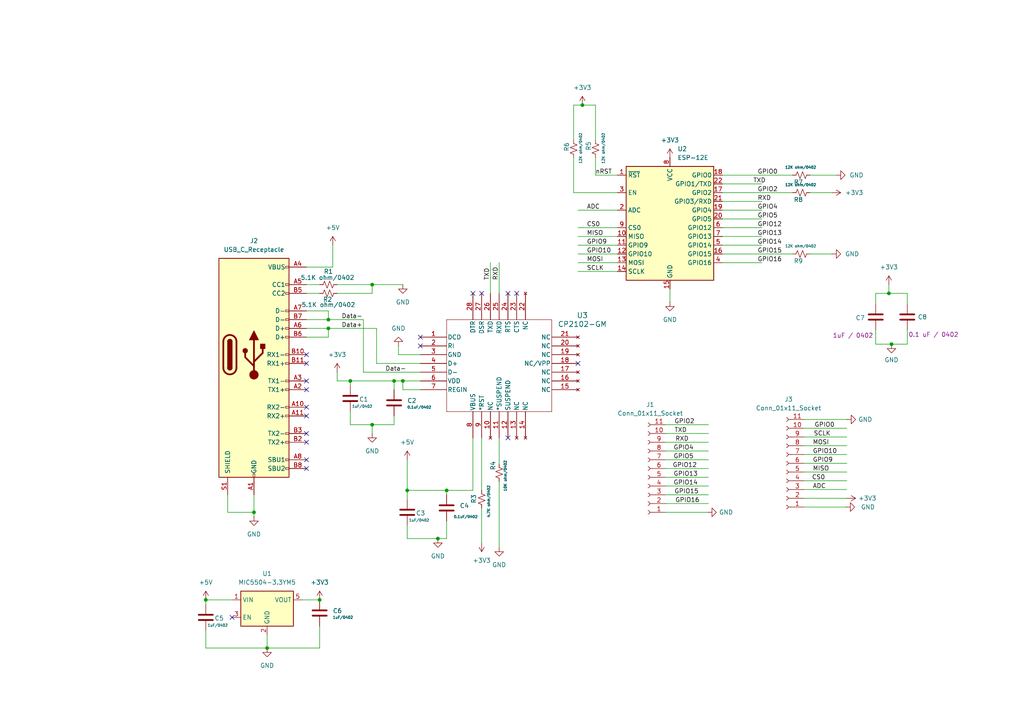
<source format=kicad_sch>
(kicad_sch (version 20231120) (generator "eeschema") (generator_version "8.0")
  (paper "A4")
  (lib_symbols
    (symbol "+3.3V_1" (power) (pin_names (offset 0))
      (property "Value" "+3V3" (at 0 5.08 0))
      (symbol "+3.3V_1_0_1"
        (polyline (pts (xy -0.762 1.27) (xy 0 2.54)))
        (polyline (pts (xy 0 0) (xy 0 2.54)))
        (polyline (pts (xy 0 2.54) (xy 0.762 1.27)))
      )
      (symbol "+3.3V_1_1_1"
        (pin power_in line (at 0 0 90) (length 0) hide (name "+3V3") (number "1"))
      )
    )
    (symbol "CP2102-GM_1" (pin_names (offset 0.254))
      (property "Reference" "U3" (at 59.69 -0.0314 0))
      (property "Value" "CP2102-GM" (at 59.69 -2.5714 0))
      (symbol "CP2102-GM_1_0_1"
        (polyline (pts (xy 20.32 -27.94) (xy 50.8 -27.94)) (stroke (width 0.127)))
        (polyline (pts (xy 20.32 -1.27) (xy 20.32 -27.94)) (stroke (width 0.127)))
        (polyline (pts (xy 50.8 -27.94) (xy 50.8 -1.27)) (stroke (width 0.127)))
        (polyline (pts (xy 50.8 -1.27) (xy 20.32 -1.27)) (stroke (width 0.127)))
        (pin input line (at 12.7 -6.35 0) (length 7.62) (name "DCD") (number "1"))
        (pin no_connect line (at 33.02 -35.56 90) (length 7.62) (name "NC") (number "10"))
        (pin output line (at 35.56 -35.56 90) (length 7.62) (name "*SUSPEND") (number "11"))
        (pin output line (at 38.1 -35.56 90) (length 7.62) (name "SUSPEND") (number "12"))
        (pin no_connect line (at 40.64 -35.56 90) (length 7.62) (name "NC") (number "13"))
        (pin no_connect line (at 43.18 -35.56 90) (length 7.62) (name "NC") (number "14"))
        (pin no_connect line (at 58.42 -21.59 180) (length 7.62) (name "NC") (number "15"))
        (pin no_connect line (at 58.42 -19.05 180) (length 7.62) (name "NC") (number "16"))
        (pin no_connect line (at 58.42 -16.51 180) (length 7.62) (name "NC") (number "17"))
        (pin bidirectional line (at 58.42 -13.97 180) (length 7.62) (name "NC/VPP") (number "18"))
        (pin no_connect line (at 58.42 -11.43 180) (length 7.62) (name "NC") (number "19"))
        (pin input line (at 12.7 -8.89 0) (length 7.62) (name "RI") (number "2"))
        (pin no_connect line (at 58.42 -8.89 180) (length 7.62) (name "NC") (number "20"))
        (pin no_connect line (at 58.42 -6.35 180) (length 7.62) (name "NC") (number "21"))
        (pin no_connect line (at 43.18 6.35 270) (length 7.62) (name "NC") (number "22"))
        (pin input line (at 40.64 6.35 270) (length 7.62) (name "CTS") (number "23"))
        (pin output line (at 38.1 6.35 270) (length 7.62) (name "RTS") (number "24"))
        (pin input line (at 35.56 6.35 270) (length 7.62) (name "RXD") (number "25"))
        (pin output line (at 33.02 6.35 270) (length 7.62) (name "TXD") (number "26"))
        (pin bidirectional line (at 12.7 -13.97 0) (length 7.62) (name "D+") (number "4"))
        (pin power_in line (at 12.7 -19.05 0) (length 7.62) (name "VDD") (number "6"))
        (pin input line (at 12.7 -21.59 0) (length 7.62) (name "REGIN") (number "7"))
        (pin input line (at 27.94 -35.56 90) (length 7.62) (name "VBUS") (number "8"))
        (pin bidirectional line (at 30.48 -35.56 90) (length 7.62) (name "*RST") (number "9"))
      )
      (symbol "CP2102-GM_1_1_1"
        (pin unspecified line (at 30.48 6.35 270) (length 7.62) (name "DSR") (number "27"))
        (pin unspecified line (at 27.94 6.35 270) (length 7.62) (name "DTR") (number "28"))
        (pin power_in line (at 12.7 -11.43 0) (length 7.62) (name "GND") (number "3"))
        (pin bidirectional line (at 12.7 -16.51 0) (length 7.62) (name "D-") (number "5"))
      )
    )
    (symbol "Connector:Conn_01x11_Socket" (pin_names (offset 1.016) hide)
      (property "Reference" "J" (at 0 15.24 0))
      (property "Value" "Conn_01x11_Socket" (at 0 -15.24 0))
      (symbol "Conn_01x11_Socket_1_1"
        (arc (start 0 -12.192) (mid -0.5058 -12.7) (end 0 -13.208) (stroke (width 0.1524)))
        (arc (start 0 -9.652) (mid -0.5058 -10.16) (end 0 -10.668) (stroke (width 0.1524)))
        (arc (start 0 -7.112) (mid -0.5058 -7.62) (end 0 -8.128) (stroke (width 0.1524)))
        (arc (start 0 -4.572) (mid -0.5058 -5.08) (end 0 -5.588) (stroke (width 0.1524)))
        (arc (start 0 -2.032) (mid -0.5058 -2.54) (end 0 -3.048) (stroke (width 0.1524)))
        (polyline (pts (xy -1.27 -12.7) (xy -0.508 -12.7)) (stroke (width 0.1524)))
        (polyline (pts (xy -1.27 -10.16) (xy -0.508 -10.16)) (stroke (width 0.1524)))
        (polyline (pts (xy -1.27 -7.62) (xy -0.508 -7.62)) (stroke (width 0.1524)))
        (polyline (pts (xy -1.27 -5.08) (xy -0.508 -5.08)) (stroke (width 0.1524)))
        (polyline (pts (xy -1.27 -2.54) (xy -0.508 -2.54)) (stroke (width 0.1524)))
        (polyline (pts (xy -1.27 0) (xy -0.508 0)) (stroke (width 0.1524)))
        (polyline (pts (xy -1.27 2.54) (xy -0.508 2.54)) (stroke (width 0.1524)))
        (polyline (pts (xy -1.27 5.08) (xy -0.508 5.08)) (stroke (width 0.1524)))
        (polyline (pts (xy -1.27 7.62) (xy -0.508 7.62)) (stroke (width 0.1524)))
        (polyline (pts (xy -1.27 10.16) (xy -0.508 10.16)) (stroke (width 0.1524)))
        (polyline (pts (xy -1.27 12.7) (xy -0.508 12.7)) (stroke (width 0.1524)))
        (arc (start 0 0.508) (mid -0.5058 0) (end 0 -0.508) (stroke (width 0.1524)))
        (arc (start 0 3.048) (mid -0.5058 2.54) (end 0 2.032) (stroke (width 0.1524)))
        (arc (start 0 5.588) (mid -0.5058 5.08) (end 0 4.572) (stroke (width 0.1524)))
        (arc (start 0 8.128) (mid -0.5058 7.62) (end 0 7.112) (stroke (width 0.1524)))
        (arc (start 0 10.668) (mid -0.5058 10.16) (end 0 9.652) (stroke (width 0.1524)))
        (arc (start 0 13.208) (mid -0.5058 12.7) (end 0 12.192) (stroke (width 0.1524)))
        (pin passive line (at -5.08 12.7 0) (length 3.81) (name "Pin_1") (number "1"))
        (pin passive line (at -5.08 -10.16 0) (length 3.81) (name "Pin_10") (number "10"))
        (pin passive line (at -5.08 -12.7 0) (length 3.81) (name "Pin_11") (number "11"))
        (pin passive line (at -5.08 10.16 0) (length 3.81) (name "Pin_2") (number "2"))
        (pin passive line (at -5.08 7.62 0) (length 3.81) (name "Pin_3") (number "3"))
        (pin passive line (at -5.08 5.08 0) (length 3.81) (name "Pin_4") (number "4"))
        (pin passive line (at -5.08 2.54 0) (length 3.81) (name "Pin_5") (number "5"))
        (pin passive line (at -5.08 0 0) (length 3.81) (name "Pin_6") (number "6"))
        (pin passive line (at -5.08 -2.54 0) (length 3.81) (name "Pin_7") (number "7"))
        (pin passive line (at -5.08 -5.08 0) (length 3.81) (name "Pin_8") (number "8"))
        (pin passive line (at -5.08 -7.62 0) (length 3.81) (name "Pin_9") (number "9"))
      )
    )
    (symbol "Connector:USB_C_Receptacle" (pin_names (offset 1.016))
      (property "Reference" "J" (at -10.16 29.21 0))
      (property "Value" "USB_C_Receptacle" (at 10.16 29.21 0))
      (symbol "USB_C_Receptacle_0_0"
        (rectangle (start -0.254 -35.56) (end 0.254 -34.544))
        (rectangle (start 10.16 -32.766) (end 9.144 -33.274))
        (rectangle (start 10.16 -30.226) (end 9.144 -30.734))
        (rectangle (start 10.16 -25.146) (end 9.144 -25.654))
        (rectangle (start 10.16 -22.606) (end 9.144 -23.114))
        (rectangle (start 10.16 -17.526) (end 9.144 -18.034))
        (rectangle (start 10.16 -14.986) (end 9.144 -15.494))
        (rectangle (start 10.16 -9.906) (end 9.144 -10.414))
        (rectangle (start 10.16 -7.366) (end 9.144 -7.874))
        (rectangle (start 10.16 -2.286) (end 9.144 -2.794))
        (rectangle (start 10.16 0.254) (end 9.144 -0.254))
        (rectangle (start 10.16 5.334) (end 9.144 4.826))
        (rectangle (start 10.16 7.874) (end 9.144 7.366))
        (rectangle (start 10.16 10.414) (end 9.144 9.906))
        (rectangle (start 10.16 12.954) (end 9.144 12.446))
        (rectangle (start 10.16 18.034) (end 9.144 17.526))
        (rectangle (start 10.16 20.574) (end 9.144 20.066))
        (rectangle (start 10.16 25.654) (end 9.144 25.146))
      )
      (symbol "USB_C_Receptacle_0_1"
        (rectangle (start -10.16 27.94) (end 10.16 -35.56) (stroke (width 0.254)) (fill (type background)))
        (arc (start -8.89 -3.81) (mid -6.985 -5.7067) (end -5.08 -3.81) (stroke (width 0.508)))
        (arc (start -7.62 -3.81) (mid -6.985 -4.4423) (end -6.35 -3.81) (stroke (width 0.254)))
        (arc (start -7.62 -3.81) (mid -6.985 -4.4423) (end -6.35 -3.81) (stroke (width 0.254)) (fill (type outline)))
        (rectangle (start -7.62 -3.81) (end -6.35 3.81) (stroke (width 0.254)) (fill (type outline)))
        (arc (start -6.35 3.81) (mid -6.985 4.4423) (end -7.62 3.81) (stroke (width 0.254)))
        (arc (start -6.35 3.81) (mid -6.985 4.4423) (end -7.62 3.81) (stroke (width 0.254)) (fill (type outline)))
        (arc (start -5.08 3.81) (mid -6.985 5.7067) (end -8.89 3.81) (stroke (width 0.508)))
        (polyline (pts (xy -8.89 -3.81) (xy -8.89 3.81)) (stroke (width 0.508)))
        (polyline (pts (xy -5.08 3.81) (xy -5.08 -3.81)) (stroke (width 0.508)))
      )
      (symbol "USB_C_Receptacle_1_1"
        (circle (center -2.54 1.143) (radius 0.635) (stroke (width 0.254)) (fill (type outline)))
        (circle (center 0 -5.842) (radius 1.27) (fill (type outline)))
        (polyline (pts (xy 0 -5.842) (xy 0 4.318)) (stroke (width 0.508)))
        (polyline (pts (xy 0 -3.302) (xy -2.54 -0.762) (xy -2.54 0.508)) (stroke (width 0.508)))
        (polyline (pts (xy 0 -2.032) (xy 2.54 0.508) (xy 2.54 1.778)) (stroke (width 0.508)))
        (polyline (pts (xy -1.27 4.318) (xy 0 6.858) (xy 1.27 4.318) (xy -1.27 4.318)) (stroke (width 0.254)) (fill (type outline)))
        (rectangle (start 1.905 1.778) (end 3.175 3.048) (stroke (width 0.254)) (fill (type outline)))
        (pin passive line (at 0 -40.64 90) (length 5.08) (name "GND") (number "A1"))
        (pin bidirectional line (at 15.24 -15.24 180) (length 5.08) (name "RX2-") (number "A10"))
        (pin bidirectional line (at 15.24 -17.78 180) (length 5.08) (name "RX2+") (number "A11"))
        (pin passive line (at 0 -40.64 90) (length 5.08) hide (name "GND") (number "A12"))
        (pin bidirectional line (at 15.24 -10.16 180) (length 5.08) (name "TX1+") (number "A2"))
        (pin bidirectional line (at 15.24 -7.62 180) (length 5.08) (name "TX1-") (number "A3"))
        (pin passive line (at 15.24 25.4 180) (length 5.08) (name "VBUS") (number "A4"))
        (pin bidirectional line (at 15.24 20.32 180) (length 5.08) (name "CC1") (number "A5"))
        (pin bidirectional line (at 15.24 7.62 180) (length 5.08) (name "D+") (number "A6"))
        (pin bidirectional line (at 15.24 12.7 180) (length 5.08) (name "D-") (number "A7"))
        (pin bidirectional line (at 15.24 -30.48 180) (length 5.08) (name "SBU1") (number "A8"))
        (pin passive line (at 15.24 25.4 180) (length 5.08) hide (name "VBUS") (number "A9"))
        (pin passive line (at 0 -40.64 90) (length 5.08) hide (name "GND") (number "B1"))
        (pin bidirectional line (at 15.24 0 180) (length 5.08) (name "RX1-") (number "B10"))
        (pin bidirectional line (at 15.24 -2.54 180) (length 5.08) (name "RX1+") (number "B11"))
        (pin passive line (at 0 -40.64 90) (length 5.08) hide (name "GND") (number "B12"))
        (pin bidirectional line (at 15.24 -25.4 180) (length 5.08) (name "TX2+") (number "B2"))
        (pin bidirectional line (at 15.24 -22.86 180) (length 5.08) (name "TX2-") (number "B3"))
        (pin passive line (at 15.24 25.4 180) (length 5.08) hide (name "VBUS") (number "B4"))
        (pin bidirectional line (at 15.24 17.78 180) (length 5.08) (name "CC2") (number "B5"))
        (pin bidirectional line (at 15.24 5.08 180) (length 5.08) (name "D+") (number "B6"))
        (pin bidirectional line (at 15.24 10.16 180) (length 5.08) (name "D-") (number "B7"))
        (pin bidirectional line (at 15.24 -33.02 180) (length 5.08) (name "SBU2") (number "B8"))
        (pin passive line (at 15.24 25.4 180) (length 5.08) hide (name "VBUS") (number "B9"))
        (pin passive line (at -7.62 -40.64 90) (length 5.08) (name "SHIELD") (number "S1"))
      )
    )
    (symbol "Device:C" (pin_numbers hide) (pin_names (offset 0.254))
      (property "Reference" "C" (at 0.635 2.54 0))
      (property "Value" "C" (at 0.635 -2.54 0))
      (symbol "C_0_1"
        (polyline (pts (xy -2.032 -0.762) (xy 2.032 -0.762)) (stroke (width 0.508)))
        (polyline (pts (xy -2.032 0.762) (xy 2.032 0.762)) (stroke (width 0.508)))
      )
      (symbol "C_1_1"
        (pin passive line (at 0 3.81 270) (length 2.794) (name "~") (number "1"))
        (pin passive line (at 0 -3.81 90) (length 2.794) (name "~") (number "2"))
      )
    )
    (symbol "Device:R_Small_US" (pin_numbers hide) (pin_names (offset 0.254) hide)
      (property "Reference" "R" (at 0.762 0.508 0))
      (property "Value" "R_Small_US" (at 0.762 -1.016 0))
      (symbol "R_Small_US_1_1"
        (polyline (pts (xy 0 0) (xy 1.016 -0.381) (xy 0 -0.762) (xy -1.016 -1.143) (xy 0 -1.524)))
        (polyline (pts (xy 0 1.524) (xy 1.016 1.143) (xy 0 0.762) (xy -1.016 0.381) (xy 0 0)))
        (pin passive line (at 0 2.54 270) (length 1.016) (name "~") (number "1"))
        (pin passive line (at 0 -2.54 90) (length 1.016) (name "~") (number "2"))
      )
    )
    (symbol "GND_1" (power) (pin_numbers hide) (pin_names (offset 0) hide)
      (property "Value" "GND" (at 0 -5.08 0))
      (symbol "GND_1_0_1"
        (polyline (pts (xy 0 0) (xy 0 -1.27) (xy 1.27 -1.27) (xy 0 -2.54) (xy -1.27 -1.27) (xy 0 -1.27)))
      )
      (symbol "GND_1_1_1"
        (pin power_out line (at 0 0 270) (length 0) (name "~") (number "1"))
      )
    )
    (symbol "GND_2" (power) (pin_numbers hide) (pin_names (offset 0) hide)
      (property "Value" "GND" (at 0 -5.08 0))
      (symbol "GND_2_0_1"
        (polyline (pts (xy 0 0) (xy 0 -1.27) (xy 1.27 -1.27) (xy 0 -2.54) (xy -1.27 -1.27) (xy 0 -1.27)))
      )
      (symbol "GND_2_1_1"
        (pin power_out line (at 0 0 270) (length 0) (name "~") (number "1"))
      )
    )
    (symbol "GND_4" (power) (pin_numbers hide) (pin_names (offset 0) hide)
      (property "Value" "GND" (at 0 -5.08 0))
      (symbol "GND_4_0_1"
        (polyline (pts (xy 0 0) (xy 0 -1.27) (xy 1.27 -1.27) (xy 0 -2.54) (xy -1.27 -1.27) (xy 0 -1.27)))
      )
      (symbol "GND_4_1_1"
        (pin power_out line (at 0 0 270) (length 0) (name "~") (number "1"))
      )
    )
    (symbol "GND_5" (power) (pin_numbers hide) (pin_names (offset 0) hide)
      (property "Value" "GND" (at 0 -5.08 0))
      (symbol "GND_5_0_1"
        (polyline (pts (xy 0 0) (xy 0 -1.27) (xy 1.27 -1.27) (xy 0 -2.54) (xy -1.27 -1.27) (xy 0 -1.27)))
      )
      (symbol "GND_5_1_1"
        (pin power_out line (at 0 0 270) (length 0) (name "~") (number "1"))
      )
    )
    (symbol "GND_6" (power) (pin_numbers hide) (pin_names (offset 0) hide)
      (property "Value" "GND" (at 0 -5.08 0))
      (symbol "GND_6_0_1"
        (polyline (pts (xy 0 0) (xy 0 -1.27) (xy 1.27 -1.27) (xy 0 -2.54) (xy -1.27 -1.27) (xy 0 -1.27)))
      )
      (symbol "GND_6_1_1"
        (pin power_in line (at 0 0 270) (length 0) (name "~") (number "1"))
      )
    )
    (symbol "GND_7" (power) (pin_numbers hide) (pin_names (offset 0) hide)
      (property "Value" "GND" (at 0 -5.08 0))
      (symbol "GND_7_0_1"
        (polyline (pts (xy 0 0) (xy 0 -1.27) (xy 1.27 -1.27) (xy 0 -2.54) (xy -1.27 -1.27) (xy 0 -1.27)))
      )
      (symbol "GND_7_1_1"
        (pin power_in line (at 0 0 270) (length 0) (name "~") (number "1"))
      )
    )
    (symbol "GND_8" (power) (pin_numbers hide) (pin_names (offset 0) hide)
      (property "Value" "GND" (at 0.0001 -3.81 90))
      (symbol "GND_8_0_1"
        (polyline (pts (xy 0 0) (xy 0 -1.27) (xy 1.27 -1.27) (xy 0 -2.54) (xy -1.27 -1.27) (xy 0 -1.27)))
      )
      (symbol "GND_8_1_1"
        (pin power_in line (at 0 0 270) (length 0) (name "~") (number "1"))
      )
    )
    (symbol "PRI_HI_1" (power) (pin_numbers hide) (pin_names (offset 0) hide)
      (property "Value" "+5V" (at 0 5.08 0))
      (symbol "PRI_HI_1_0_1"
        (polyline (pts (xy -0.762 1.27) (xy 0 2.54)))
        (polyline (pts (xy 0 0) (xy 0 2.54)))
        (polyline (pts (xy 0 2.54) (xy 0.762 1.27)))
      )
      (symbol "PRI_HI_1_1_1"
        (pin power_out line (at 0 0 90) (length 0) (name "~") (number "1"))
      )
    )
    (symbol "PRI_HI_2" (power) (pin_numbers hide) (pin_names (offset 0) hide)
      (property "Value" "+5V" (at 0 5.08 0))
      (symbol "PRI_HI_2_0_1"
        (polyline (pts (xy -0.762 1.27) (xy 0 2.54)))
        (polyline (pts (xy 0 0) (xy 0 2.54)))
        (polyline (pts (xy 0 2.54) (xy 0.762 1.27)))
      )
      (symbol "PRI_HI_2_1_1"
        (pin power_out line (at 0 0 90) (length 0) (name "~") (number "1"))
      )
    )
    (symbol "PRI_HI_3" (power) (pin_numbers hide) (pin_names (offset 0) hide)
      (property "Value" "+5V" (at 0 5.08 0))
      (symbol "PRI_HI_3_0_1"
        (polyline (pts (xy -0.762 1.27) (xy 0 2.54)))
        (polyline (pts (xy 0 0) (xy 0 2.54)))
        (polyline (pts (xy 0 2.54) (xy 0.762 1.27)))
      )
      (symbol "PRI_HI_3_1_1"
        (pin power_out line (at 0 0 90) (length 0) (name "~") (number "1"))
      )
    )
    (symbol "RF_Module:ESP-12E"
      (property "Reference" "U2" (at 2.1941 22.86 0))
      (property "Value" "ESP-12E" (at 2.1941 20.32 0))
      (symbol "ESP-12E_0_1"
        (rectangle (start -12.7 17.78) (end 12.7 -15.24) (stroke (width 0.254)) (fill (type background)))
      )
      (symbol "ESP-12E_1_1"
        (pin input line (at -15.24 15.24 0) (length 2.54) (name "~{RST}") (number "1"))
        (pin bidirectional line (at -15.24 -2.54 0) (length 2.54) (name "MISO") (number "10"))
        (pin bidirectional line (at -15.24 -5.08 0) (length 2.54) (name "GPIO9") (number "11"))
        (pin bidirectional line (at -15.24 -7.62 0) (length 2.54) (name "GPIO10") (number "12"))
        (pin bidirectional line (at -15.24 -10.16 0) (length 2.54) (name "MOSI") (number "13"))
        (pin bidirectional line (at -15.24 -12.7 0) (length 2.54) (name "SCLK") (number "14"))
        (pin power_out line (at 0 -17.78 90) (length 2.54) (name "GND") (number "15"))
        (pin bidirectional line (at 15.24 -7.62 180) (length 2.54) (name "GPIO15") (number "16"))
        (pin bidirectional line (at 15.24 10.16 180) (length 2.54) (name "GPIO2") (number "17"))
        (pin bidirectional line (at 15.24 15.24 180) (length 2.54) (name "GPIO0") (number "18"))
        (pin bidirectional line (at 15.24 5.08 180) (length 2.54) (name "GPIO4") (number "19"))
        (pin input line (at -15.24 5.08 0) (length 2.54) (name "ADC") (number "2"))
        (pin bidirectional line (at 15.24 2.54 180) (length 2.54) (name "GPIO5") (number "20"))
        (pin bidirectional line (at 15.24 7.62 180) (length 2.54) (name "GPIO3/RXD") (number "21"))
        (pin bidirectional line (at 15.24 12.7 180) (length 2.54) (name "GPIO1/TXD") (number "22"))
        (pin input line (at -15.24 10.16 0) (length 2.54) (name "EN") (number "3"))
        (pin bidirectional line (at 15.24 -10.16 180) (length 2.54) (name "GPIO16") (number "4"))
        (pin bidirectional line (at 15.24 -5.08 180) (length 2.54) (name "GPIO14") (number "5"))
        (pin bidirectional line (at 15.24 0 180) (length 2.54) (name "GPIO12") (number "6"))
        (pin bidirectional line (at 15.24 -2.54 180) (length 2.54) (name "GPIO13") (number "7"))
        (pin power_in line (at 0 20.32 270) (length 2.54) (name "VCC") (number "8"))
        (pin input line (at -15.24 0 0) (length 2.54) (name "CS0") (number "9"))
      )
    )
    (symbol "R_Small_US_1" (pin_numbers hide) (pin_names (offset 0.254) hide)
      (property "Reference" "R9" (at -2.032 -0.508 90))
      (property "Value" "12K ohm/0402" (at 2.286 -4.318 90))
      (symbol "R_Small_US_1_1_1"
        (polyline (pts (xy 0 0) (xy 1.016 -0.381) (xy 0 -0.762) (xy -1.016 -1.143) (xy 0 -1.524)))
        (polyline (pts (xy 0 1.524) (xy 1.016 1.143) (xy 0 0.762) (xy -1.016 0.381) (xy 0 0)))
        (pin input line (at 0 2.54 270) (length 1.016) (name "~") (number "1"))
        (pin input line (at 0 -2.54 90) (length 1.016) (name "~") (number "2"))
      )
    )
    (symbol "R_Small_US_2" (pin_numbers hide) (pin_names (offset 0.254) hide)
      (property "Reference" "R4" (at -1.778 0.762 90))
      (property "Value" "10K ohm/0402" (at 1.778 -5.334 90))
      (symbol "R_Small_US_2_1_1"
        (polyline (pts (xy 0 0) (xy 1.016 -0.381) (xy 0 -0.762) (xy -1.016 -1.143) (xy 0 -1.524)))
        (polyline (pts (xy 0 1.524) (xy 1.016 1.143) (xy 0 0.762) (xy -1.016 0.381) (xy 0 0)))
        (pin input line (at 0 2.54 270) (length 1.016) (name "~") (number "1"))
        (pin input line (at 0 -2.54 90) (length 1.016) (name "~") (number "2"))
      )
    )
    (symbol "Regulator_Linear:MIC5504-3.3YM5"
      (property "Reference" "U" (at -7.62 8.89 0))
      (property "Value" "MIC5504-3.3YM5" (at -7.62 6.35 0))
      (symbol "MIC5504-3.3YM5_0_1"
        (rectangle (start -7.62 -5.08) (end 7.62 5.08) (stroke (width 0.254)) (fill (type background)))
      )
      (symbol "MIC5504-3.3YM5_1_1"
        (pin power_in line (at -10.16 2.54 0) (length 2.54) (name "VIN") (number "1"))
        (pin power_in line (at 0 -7.62 90) (length 2.54) (name "GND") (number "2"))
        (pin input line (at -10.16 -2.54 0) (length 2.54) (name "EN") (number "3"))
        (pin no_connect line (at 7.62 -2.54 180) (length 2.54) hide (name "NC") (number "4"))
        (pin power_out line (at 10.16 2.54 180) (length 2.54) (name "VOUT") (number "5"))
      )
    )
    (symbol "power:+3.3V" (power) (pin_names (offset 0))
      (property "Value" "+3.3V" (at 0 3.556 0))
      (symbol "+3.3V_0_1"
        (polyline (pts (xy -0.762 1.27) (xy 0 2.54)))
        (polyline (pts (xy 0 0) (xy 0 2.54)))
        (polyline (pts (xy 0 2.54) (xy 0.762 1.27)))
      )
      (symbol "+3.3V_1_1"
        (pin power_in line (at 0 0 90) (length 0) hide (name "+3V3") (number "1"))
      )
    )
    (symbol "power:GND" (power) (pin_numbers hide) (pin_names (offset 0) hide)
      (property "Value" "GND" (at 0 -3.81 0))
      (symbol "GND_0_1"
        (polyline (pts (xy 0 0) (xy 0 -1.27) (xy 1.27 -1.27) (xy 0 -2.54) (xy -1.27 -1.27) (xy 0 -1.27)))
      )
      (symbol "GND_1_1"
        (pin power_in line (at 0 0 270) (length 0) (name "~") (number "1"))
      )
    )
    (symbol "power:PRI_HI" (power) (pin_numbers hide) (pin_names (offset 0) hide)
      (property "Value" "PRI_HI" (at 0 3.556 0))
      (symbol "PRI_HI_0_1"
        (polyline (pts (xy -0.762 1.27) (xy 0 2.54)))
        (polyline (pts (xy 0 0) (xy 0 2.54)))
        (polyline (pts (xy 0 2.54) (xy 0.762 1.27)))
      )
      (symbol "PRI_HI_1_1"
        (pin power_in line (at 0 0 90) (length 0) (name "~") (number "1"))
      )
    )
  )
  (junction (at 118.11 142.24))
  (junction (at 127 156.21))
  (junction (at 257.81 85.09))
  (junction (at 168.91 30.48))
  (junction (at 73.66 148.59))
  (junction (at 59.69 173.99))
  (junction (at 129.54 142.24))
  (junction (at 92.71 173.99))
  (junction (at 95.25 95.25))
  (junction (at 258.572 99.822))
  (junction (at 107.95 123.19))
  (junction (at 101.6 110.49))
  (junction (at 114.3 110.49))
  (junction (at 95.25 92.71))
  (junction (at 116.84 110.49))
  (junction (at 107.95 82.55))
  (junction (at 77.47 187.96))
  (no_connect (at 88.9 113.03))
  (no_connect (at 88.9 105.41))
  (no_connect (at 88.9 102.87))
  (no_connect (at 67.31 179.07))
  (no_connect (at 121.92 97.79))
  (no_connect (at 88.9 135.89))
  (no_connect (at 137.16 85.09))
  (no_connect (at 139.7 85.09))
  (no_connect (at 88.9 125.73))
  (no_connect (at 88.9 133.35))
  (no_connect (at 149.86 85.09))
  (no_connect (at 88.9 110.49))
  (no_connect (at 121.92 100.33))
  (no_connect (at 167.64 105.41))
  (no_connect (at 147.32 127))
  (no_connect (at 88.9 128.27))
  (no_connect (at 147.32 85.09))
  (no_connect (at 88.9 120.65))
  (no_connect (at 88.9 118.11))
  (wire (pts (xy 179.07 50.8) (xy 172.72 50.8)))
  (wire (pts (xy 167.64 76.2) (xy 179.07 76.2)))
  (wire (pts (xy 95.25 97.79) (xy 88.9 97.79)))
  (wire (pts (xy 193.04 146.05) (xy 205.486 146.05)))
  (wire (pts (xy 209.55 68.58) (xy 220.98 68.58)))
  (wire (pts (xy 193.04 138.43) (xy 205.486 138.43)))
  (wire (pts (xy 121.92 110.49) (xy 116.84 110.49)))
  (wire (pts (xy 263.144 85.09) (xy 263.144 88.138)))
  (wire (pts (xy 109.22 95.25) (xy 109.22 105.41)))
  (wire (pts (xy 118.11 142.24) (xy 129.54 142.24)))
  (wire (pts (xy 101.6 119.38) (xy 101.6 123.19)))
  (wire (pts (xy 105.41 92.71) (xy 105.41 107.95)))
  (wire (pts (xy 254 99.822) (xy 258.572 99.822)))
  (wire (pts (xy 129.54 142.24) (xy 137.16 142.24)))
  (wire (pts (xy 96.52 71.12) (xy 96.52 77.47)))
  (wire (pts (xy 257.81 82.55) (xy 257.81 85.09)))
  (wire (pts (xy 142.24 76.2) (xy 142.24 85.09)))
  (wire (pts (xy 73.66 148.59) (xy 73.66 149.86)))
  (wire (pts (xy 193.04 128.27) (xy 205.486 128.27)))
  (wire (pts (xy 234.95 55.88) (xy 241.3 55.88)))
  (wire (pts (xy 129.54 142.24) (xy 129.54 143.51)))
  (wire (pts (xy 115.57 100.33) (xy 115.57 102.87)))
  (wire (pts (xy 118.11 142.24) (xy 118.11 144.78)))
  (wire (pts (xy 233.172 131.826) (xy 245.618 131.826)))
  (wire (pts (xy 258.572 99.822) (xy 263.144 99.822)))
  (wire (pts (xy 233.172 136.906) (xy 245.618 136.906)))
  (wire (pts (xy 114.3 110.49) (xy 114.3 113.03)))
  (wire (pts (xy 107.95 82.55) (xy 107.95 85.09)))
  (wire (pts (xy 88.9 85.09) (xy 92.71 85.09)))
  (wire (pts (xy 179.07 55.88) (xy 166.37 55.88)))
  (wire (pts (xy 193.04 148.59) (xy 205.232 148.59)))
  (wire (pts (xy 234.95 73.66) (xy 241.3 73.66)))
  (wire (pts (xy 209.55 73.66) (xy 229.87 73.66)))
  (wire (pts (xy 129.54 151.13) (xy 129.54 156.21)))
  (wire (pts (xy 167.64 78.74) (xy 179.07 78.74)))
  (wire (pts (xy 95.25 95.25) (xy 109.22 95.25)))
  (wire (pts (xy 95.25 92.71) (xy 105.41 92.71)))
  (wire (pts (xy 144.78 127) (xy 144.78 134.62)))
  (wire (pts (xy 193.04 133.35) (xy 205.486 133.35)))
  (wire (pts (xy 193.04 143.51) (xy 205.486 143.51)))
  (wire (pts (xy 92.71 181.61) (xy 92.71 187.96)))
  (wire (pts (xy 167.64 68.58) (xy 179.07 68.58)))
  (wire (pts (xy 166.37 45.72) (xy 166.37 55.88)))
  (wire (pts (xy 137.16 127) (xy 137.16 142.24)))
  (wire (pts (xy 209.55 63.5) (xy 220.98 63.5)))
  (wire (pts (xy 233.172 129.286) (xy 245.618 129.286)))
  (wire (pts (xy 233.172 147.066) (xy 245.364 147.066)))
  (wire (pts (xy 172.72 45.72) (xy 172.72 50.8)))
  (wire (pts (xy 95.25 92.71) (xy 88.9 92.71)))
  (wire (pts (xy 97.79 107.95) (xy 97.79 110.49)))
  (wire (pts (xy 233.172 144.526) (xy 245.618 144.526)))
  (wire (pts (xy 209.55 76.2) (xy 220.98 76.2)))
  (wire (pts (xy 101.6 110.49) (xy 97.79 110.49)))
  (wire (pts (xy 209.55 71.12) (xy 220.98 71.12)))
  (wire (pts (xy 233.172 139.446) (xy 245.618 139.446)))
  (wire (pts (xy 101.6 110.49) (xy 101.6 111.76)))
  (wire (pts (xy 233.172 126.746) (xy 245.618 126.746)))
  (wire (pts (xy 172.72 40.64) (xy 172.72 30.48)))
  (wire (pts (xy 144.78 139.7) (xy 144.78 158.75)))
  (wire (pts (xy 67.31 173.99) (xy 59.69 173.99)))
  (wire (pts (xy 88.9 77.47) (xy 96.52 77.47)))
  (wire (pts (xy 209.55 50.8) (xy 229.87 50.8)))
  (wire (pts (xy 59.69 182.88) (xy 59.69 187.96)))
  (wire (pts (xy 166.37 30.48) (xy 166.37 40.64)))
  (wire (pts (xy 59.69 173.99) (xy 59.69 175.26)))
  (wire (pts (xy 233.172 141.986) (xy 245.618 141.986)))
  (wire (pts (xy 92.71 187.96) (xy 77.47 187.96)))
  (wire (pts (xy 179.07 66.04) (xy 167.64 66.04)))
  (wire (pts (xy 121.92 113.03) (xy 116.84 113.03)))
  (wire (pts (xy 95.25 90.17) (xy 95.25 92.71)))
  (wire (pts (xy 101.6 110.49) (xy 114.3 110.49)))
  (wire (pts (xy 167.64 60.96) (xy 179.07 60.96)))
  (wire (pts (xy 172.72 30.48) (xy 168.91 30.48)))
  (wire (pts (xy 88.9 90.17) (xy 95.25 90.17)))
  (wire (pts (xy 121.92 102.87) (xy 115.57 102.87)))
  (wire (pts (xy 234.95 50.8) (xy 242.57 50.8)))
  (wire (pts (xy 139.7 147.32) (xy 139.7 157.48)))
  (wire (pts (xy 118.11 156.21) (xy 118.11 152.4)))
  (wire (pts (xy 73.66 143.51) (xy 73.66 148.59)))
  (wire (pts (xy 97.79 82.55) (xy 107.95 82.55)))
  (wire (pts (xy 167.64 73.66) (xy 179.07 73.66)))
  (wire (pts (xy 107.95 82.55) (xy 116.84 82.55)))
  (wire (pts (xy 107.95 123.19) (xy 114.3 123.19)))
  (wire (pts (xy 114.3 110.49) (xy 116.84 110.49)))
  (wire (pts (xy 254 85.09) (xy 257.81 85.09)))
  (wire (pts (xy 193.04 140.97) (xy 205.486 140.97)))
  (wire (pts (xy 209.55 55.88) (xy 229.87 55.88)))
  (wire (pts (xy 233.172 134.366) (xy 245.618 134.366)))
  (wire (pts (xy 144.78 76.2) (xy 144.78 85.09)))
  (wire (pts (xy 59.69 187.96) (xy 77.47 187.96)))
  (wire (pts (xy 101.6 123.19) (xy 107.95 123.19)))
  (wire (pts (xy 193.04 135.89) (xy 205.486 135.89)))
  (wire (pts (xy 254 95.758) (xy 254 99.822)))
  (wire (pts (xy 254 88.138) (xy 254 85.09)))
  (wire (pts (xy 233.172 124.206) (xy 245.618 124.206)))
  (wire (pts (xy 193.04 125.73) (xy 205.486 125.73)))
  (wire (pts (xy 233.172 121.666) (xy 245.618 121.666)))
  (wire (pts (xy 105.41 107.95) (xy 121.92 107.95)))
  (wire (pts (xy 88.9 82.55) (xy 92.71 82.55)))
  (wire (pts (xy 139.7 127) (xy 139.7 142.24)))
  (wire (pts (xy 88.9 95.25) (xy 95.25 95.25)))
  (wire (pts (xy 129.54 156.21) (xy 127 156.21)))
  (wire (pts (xy 127 156.21) (xy 118.11 156.21)))
  (wire (pts (xy 66.04 143.51) (xy 66.04 148.59)))
  (wire (pts (xy 209.55 66.04) (xy 220.98 66.04)))
  (wire (pts (xy 107.95 85.09) (xy 97.79 85.09)))
  (wire (pts (xy 257.81 85.09) (xy 263.144 85.09)))
  (wire (pts (xy 116.84 110.49) (xy 116.84 113.03)))
  (wire (pts (xy 263.144 99.822) (xy 263.144 95.758)))
  (wire (pts (xy 118.11 133.35) (xy 118.11 142.24)))
  (wire (pts (xy 95.25 95.25) (xy 95.25 97.79)))
  (wire (pts (xy 109.22 105.41) (xy 121.92 105.41)))
  (wire (pts (xy 87.63 173.99) (xy 92.71 173.99)))
  (wire (pts (xy 167.64 71.12) (xy 179.07 71.12)))
  (wire (pts (xy 114.3 120.65) (xy 114.3 123.19)))
  (wire (pts (xy 77.47 187.96) (xy 77.47 184.15)))
  (wire (pts (xy 168.91 30.48) (xy 166.37 30.48)))
  (wire (pts (xy 193.04 130.81) (xy 205.486 130.81)))
  (wire (pts (xy 193.04 123.19) (xy 205.486 123.19)))
  (wire (pts (xy 66.04 148.59) (xy 73.66 148.59)))
  (wire (pts (xy 194.31 83.82) (xy 194.31 87.63)))
  (wire (pts (xy 209.55 60.96) (xy 220.98 60.96)))
  (wire (pts (xy 209.55 58.42) (xy 220.98 58.42)))
  (wire (pts (xy 107.95 123.19) (xy 107.95 125.73)))
  (wire (pts (xy 209.55 53.34) (xy 220.98 53.34)))
  (label "GPIO0" (at 236.22 124.206 0))
  (label "GPIO10" (at 170.18 73.66 0))
  (label "GPIO15" (at 219.71 73.66 0))
  (label "GPIO5" (at 219.71 63.5 0))
  (label "GPIO0" (at 219.71 50.8 0))
  (label "GPIO14" (at 195.326 140.97 0))
  (label "Data- " (at 111.76 107.95 0))
  (label "GPIO2" (at 219.71 55.88 0))
  (label "TXD" (at 142.24 81.28 90))
  (label "RXD" (at 219.71 58.42 0))
  (label "GPIO13" (at 219.71 68.58 0))
  (label "TXD" (at 218.44 53.34 0))
  (label "TXD" (at 195.58 125.73 0))
  (label "MOSI" (at 170.18 76.2 0))
  (label "MISO" (at 235.712 136.906 0))
  (label "GPIO9" (at 170.18 71.12 0))
  (label "RXD" (at 195.834 128.27 0))
  (label "GPIO12" (at 219.71 66.04 0))
  (label "CS0" (at 235.458 139.446 0))
  (label "CS0" (at 170.18 66.04 0))
  (label "GPIO16" (at 219.71 76.2 0))
  (label "Data+" (at 99.06 95.25 0))
  (label "GPIO13" (at 195.326 138.43 0))
  (label "MOSI" (at 235.712 129.286 0))
  (label "GPIO16" (at 195.834 146.05 0))
  (label "GPIO14" (at 219.71 71.12 0))
  (label "SCLK" (at 170.18 78.74 0))
  (label "GPIO9" (at 235.712 134.366 0))
  (label "Data-" (at 99.06 92.71 0))
  (label "GPIO4" (at 219.71 60.96 0))
  (label "GPIO10" (at 235.712 131.826 0))
  (label "GPIO4" (at 195.326 130.81 0))
  (label "ADC" (at 170.18 60.96 0))
  (label "GPIO12" (at 195.072 135.89 0))
  (label "ADC" (at 235.712 141.986 0))
  (label "GPIO2" (at 195.58 123.19 0))
  (label "MISO" (at 170.18 68.58 0))
  (label "nRST" (at 172.72 50.8 0))
  (label "RXD" (at 144.78 81.28 90))
  (label "GPIO5" (at 195.326 133.35 0))
  (label "SCLK" (at 235.966 126.746 0))
  (label "GPIO15" (at 195.58 143.51 0))
  (symbol (lib_name "+3.3V_1") (lib_id "power:+3.3V") (at 257.81 82.55 0) (unit 1)
    (property "Reference" "#PWR020" (effects (hide yes)))
    (property "Value" "+3V3" (at 257.81 77.47 0))
  )
  (symbol (lib_id "Regulator_Linear:MIC5504-3.3YM5") (at 77.47 176.53 0) (unit 1)
    (property "Reference" "U1" (at 77.47 166.37 0))
    (property "Value" "MIC5504-3.3YM5" (at 77.47 168.91 0))
    (property "Footprint" "Package_TO_SOT_SMD:SOT-23-5" (effects (hide yes)))
    (property "Datasheet" "http://ww1.microchip.com/downloads/en/DeviceDoc/MIC550X.pdf" (effects (hide yes)))
    (property "Description" "300mA Low-dropout Voltage Regulator, Vout 3.3V, Vin up to 5.5V, SOT-23" (effects (hide yes)))
  )
  (symbol (lib_name "GND_5") (lib_id "power:GND") (at 127 156.21 0) (unit 1)
    (property "Reference" "#PWR08" (effects (hide yes)))
    (property "Value" "GND" (at 127 161.29 0))
    (property "Description" "Power symbol creates a global label with name \"GND\" , ground" (effects (hide yes)))
  )
  (symbol (lib_id "Device:C") (at 114.3 116.84 0) (unit 1)
    (property "Reference" "C2" (at 118.11 116.2049 0) (effects (justify left)))
    (property "Value" "0.1uF/0402" (at 118.11 118.11 0) (effects (font (size 0.762 0.762)) (justify left)))
    (property "Footprint" "Capacitor_SMD:C_0402_1005Metric" (effects (hide yes)))
    (property "Description" "Unpolarized capacitor" (effects (hide yes)))
  )
  (symbol (lib_id "power:PRI_HI") (at 97.79 107.95 0) (unit 1)
    (property "Reference" "#PWR06" (effects (hide yes)))
    (property "Value" "+3V3" (at 97.79 102.87 0))
    (property "Description" "Power symbol creates a global label with name \"PRI_HI\"" (effects (hide yes)))
  )
  (symbol (lib_id "power:GND") (at 245.618 121.666 90) (unit 1)
    (property "Reference" "#PWR024" (effects (hide yes)))
    (property "Value" "GND" (at 248.92 121.666 90) (effects (justify right)))
  )
  (symbol (lib_name "R_Small_US_1") (lib_id "Device:R_Small_US") (at 232.41 73.66 90) (unit 1)
    (property "Reference" "R9" (at 232.918 75.692 90) (effects (justify left)))
    (property "Value" "12K ohm/0402" (at 236.728 71.374 90) (effects (font (size 0.762 0.762)) (justify left)))
    (property "Footprint" "Resistor_SMD:R_0402_1005Metric" (effects (hide yes)))
    (property "Description" "Resistor, small US symbol" (effects (hide yes)))
  )
  (symbol (lib_id "Device:R_Small_US") (at 166.37 43.18 0) (unit 1)
    (property "Reference" "R6" (at 164.338 43.942 90) (effects (justify left)))
    (property "Value" "12K ohm/0402" (at 168.402 47.498 90) (effects (font (size 0.762 0.762)) (justify left)))
    (property "Footprint" "Resistor_SMD:R_0402_1005Metric" (effects (hide yes)))
    (property "Description" "Resistor, small US symbol" (effects (hide yes)))
  )
  (symbol (lib_id "power:GND") (at 77.47 187.96 0) (unit 1)
    (property "Reference" "#PWR017" (effects (hide yes)))
    (property "Value" "GND" (at 77.47 193.04 0))
    (property "Description" "Power symbol creates a global label with name \"GND\" , ground" (effects (hide yes)))
  )
  (symbol (lib_id "Device:R_Small_US") (at 172.72 43.18 0) (unit 1)
    (property "Reference" "R5" (at 170.688 43.688 90) (effects (justify left)))
    (property "Value" "12K ohm/0402" (at 175.006 47.498 90) (effects (font (size 0.762 0.762)) (justify left)))
    (property "Footprint" "Resistor_SMD:R_0402_1005Metric" (effects (hide yes)))
    (property "Description" "Resistor, small US symbol" (effects (hide yes)))
  )
  (symbol (lib_name "GND_2") (lib_id "power:GND") (at 116.84 82.55 0) (unit 1)
    (property "Reference" "#PWR03" (effects (hide yes)))
    (property "Value" "GND" (at 116.84 87.63 0))
    (property "Description" "Power symbol creates a global label with name \"GND\" , ground" (effects (hide yes)))
  )
  (symbol (lib_id "power:GND") (at 245.364 147.066 90) (unit 1)
    (property "Reference" "#PWR023" (effects (hide yes)))
    (property "Value" "GND" (at 249.682 147.066 90) (effects (justify right)))
  )
  (symbol (lib_id "Device:C") (at 118.11 148.59 0) (unit 1)
    (property "Reference" "C3" (at 120.65 148.844 0) (effects (justify left)))
    (property "Value" "1uF/0402" (at 118.618 150.876 0) (effects (font (size 0.762 0.762)) (justify left)))
    (property "Footprint" "Capacitor_SMD:C_0402_1005Metric" (effects (hide yes)))
    (property "Description" "Unpolarized capacitor" (effects (hide yes)))
  )
  (symbol (lib_id "power:PRI_HI") (at 194.31 45.72 0) (unit 1)
    (property "Reference" "#PWR013" (effects (hide yes)))
    (property "Value" "+3V3" (at 194.31 40.64 0))
    (property "Description" "Power symbol creates a global label with name \"PRI_HI\"" (effects (hide yes)))
  )
  (symbol (lib_name "GND_6") (lib_id "power:GND") (at 144.78 158.75 0) (unit 1)
    (property "Reference" "#PWR010" (effects (hide yes)))
    (property "Value" "GND" (at 144.78 163.83 0))
    (property "Description" "Power symbol creates a global label with name \"GND\" , ground" (effects (hide yes)))
  )
  (symbol (lib_name "PRI_HI_1") (lib_id "power:PRI_HI") (at 96.52 71.12 0) (unit 1)
    (property "Reference" "#PWR02" (effects (hide yes)))
    (property "Value" "+5V" (at 96.52 66.04 0))
    (property "Description" "Power symbol creates a global label with name \"PRI_HI\"" (effects (hide yes)))
  )
  (symbol (lib_name "CP2102-GM_1") (lib_id "2024-12-17_11-21-41:CP2102-GM") (at 109.22 91.44 0) (unit 1)
    (property "Reference" "U3" (at 168.91 91.4714 0) (effects (font (size 1.524 1.524))))
    (property "Value" "CP2102-GM" (at 168.91 94.0114 0) (effects (font (size 1.524 1.524))))
    (property "Footprint" "footprints:QFN28_5X5_SIL" (effects (hide yes)))
    (property "Datasheet" "CP2102-GM" (effects (hide yes)))
  )
  (symbol (lib_name "PRI_HI_3") (lib_id "power:PRI_HI") (at 59.69 173.99 0) (unit 1)
    (property "Reference" "#PWR018" (effects (hide yes)))
    (property "Value" "+5V" (at 59.69 168.91 0))
    (property "Description" "Power symbol creates a global label with name \"PRI_HI\"" (effects (hide yes)))
  )
  (symbol (lib_id "Device:C") (at 254 91.948 0) (unit 1)
    (property "Reference" "C7" (at 248.158 92.202 0) (effects (justify left)))
    (property "Value" "1uF" (effects (hide yes)))
    (property "Footprint" "Capacitor_SMD:C_0402_1005Metric" (effects (hide yes)))
    (property "Name" "1uF / 0402" (at 247.396 97.282 0))
  )
  (symbol (lib_id "Device:R_Small_US") (at 139.7 144.78 0) (unit 1)
    (property "Reference" "R3" (at 137.414 146.05 90) (effects (justify left)))
    (property "Value" "4.7K ohm/0402" (at 141.732 150.114 90) (effects (font (size 0.762 0.762)) (justify left)))
    (property "Footprint" "Resistor_SMD:R_0402_1005Metric" (effects (hide yes)))
    (property "Description" "Resistor, small US symbol" (effects (hide yes)))
  )
  (symbol (lib_id "power:PRI_HI") (at 168.91 30.48 0) (unit 1)
    (property "Reference" "#PWR011" (effects (hide yes)))
    (property "Value" "+3V3" (at 168.91 25.4 0))
    (property "Description" "Power symbol creates a global label with name \"PRI_HI\"" (effects (hide yes)))
  )
  (symbol (lib_id "Device:C") (at 59.69 179.07 0) (unit 1)
    (property "Reference" "C5" (at 62.23 179.324 0) (effects (justify left)))
    (property "Value" "1uF/0402" (at 60.198 181.356 0) (effects (font (size 0.762 0.762)) (justify left)))
    (property "Footprint" "Capacitor_SMD:C_0402_1005Metric" (effects (hide yes)))
    (property "Description" "Unpolarized capacitor" (effects (hide yes)))
  )
  (symbol (lib_id "Connector:USB_C_Receptacle") (at 73.66 102.87 0) (unit 1)
    (property "Reference" "J2" (at 73.66 69.85 0))
    (property "Value" "USB_C_Receptacle" (at 73.66 72.39 0))
    (property "Footprint" "Connector_USB:USB_C_Receptacle_JAE_DX07S016JA1R1500" (effects (hide yes)))
    (property "Datasheet" "https://www.usb.org/sites/default/files/documents/usb_type-c.zip" (effects (hide yes)))
    (property "Description" "USB Full-Featured Type-C Receptacle connector" (effects (hide yes)))
  )
  (symbol (lib_id "power:GND") (at 258.572 99.822 0) (unit 1)
    (property "Reference" "#PWR021" (effects (hide yes)))
    (property "Value" "GND" (at 258.572 104.394 0))
  )
  (symbol (lib_id "Device:C") (at 101.6 115.57 0) (unit 1)
    (property "Reference" "C1" (at 104.14 115.824 0) (effects (justify left)))
    (property "Value" "1uF/0402" (at 102.108 117.856 0) (effects (font (size 0.762 0.762)) (justify left)))
    (property "Footprint" "Capacitor_SMD:C_0402_1005Metric" (effects (hide yes)))
    (property "Description" "Unpolarized capacitor" (effects (hide yes)))
  )
  (symbol (lib_id "power:PRI_HI") (at 92.71 173.99 0) (unit 1)
    (property "Reference" "#PWR019" (effects (hide yes)))
    (property "Value" "+3V3" (at 92.71 168.91 0))
    (property "Description" "Power symbol creates a global label with name \"PRI_HI\"" (effects (hide yes)))
  )
  (symbol (lib_id "Device:R_Small_US") (at 95.25 82.55 90) (unit 1)
    (property "Reference" "R1" (at 95.25 78.74 90))
    (property "Value" "5.1K ohm/0402" (at 94.996 80.518 90))
    (property "Footprint" "Resistor_SMD:R_0402_1005Metric" (effects (hide yes)))
    (property "Description" "Resistor, small US symbol" (effects (hide yes)))
  )
  (symbol (lib_id "Connector:Conn_01x11_Socket") (at 187.96 135.89 180) (unit 1)
    (property "Reference" "J1" (at 188.595 117.348 0))
    (property "Value" "Conn_01x11_Socket" (at 188.595 119.888 0))
    (property "Footprint" "Connector_PinSocket_2.54mm:PinSocket_1x11_P2.54mm_Vertical" (effects (hide yes)))
  )
  (symbol (lib_id "power:PRI_HI") (at 139.7 157.48 180) (unit 1)
    (property "Reference" "#PWR09" (effects (hide yes)))
    (property "Value" "+3V3" (at 139.7 162.56 0))
    (property "Description" "Power symbol creates a global label with name \"PRI_HI\"" (effects (hide yes)))
  )
  (symbol (lib_id "Device:R_Small_US") (at 232.41 50.8 90) (unit 1)
    (property "Reference" "R7" (at 232.918 52.832 90) (effects (justify left)))
    (property "Value" "12K ohm/0402" (at 236.728 48.514 90) (effects (font (size 0.762 0.762)) (justify left)))
    (property "Footprint" "Resistor_SMD:R_0402_1005Metric" (effects (hide yes)))
    (property "Description" "Resistor, small US symbol" (effects (hide yes)))
  )
  (symbol (lib_name "PRI_HI_2") (lib_id "power:PRI_HI") (at 118.11 133.35 0) (unit 1)
    (property "Reference" "#PWR07" (effects (hide yes)))
    (property "Value" "+5V" (at 118.11 128.27 0))
    (property "Description" "Power symbol creates a global label with name \"PRI_HI\"" (effects (hide yes)))
  )
  (symbol (lib_id "power:+3.3V") (at 245.618 144.526 270) (unit 1)
    (property "Reference" "#PWR025" (effects (hide yes)))
    (property "Value" "+3V3" (at 248.92 144.5259 90) (effects (justify left)))
  )
  (symbol (lib_name "R_Small_US_2") (lib_id "Device:R_Small_US") (at 144.78 137.16 0) (unit 1)
    (property "Reference" "R4" (at 143.002 136.398 90) (effects (justify left)))
    (property "Value" "10K ohm/0402" (at 146.558 142.494 90) (effects (font (size 0.762 0.762)) (justify left)))
    (property "Footprint" "Resistor_SMD:R_0402_1005Metric" (effects (hide yes)))
    (property "Description" "Resistor, small US symbol" (effects (hide yes)))
  )
  (symbol (lib_id "Connector:Conn_01x11_Socket") (at 228.092 134.366 180) (unit 1)
    (property "Reference" "J3" (at 228.727 115.824 0))
    (property "Value" "Conn_01x11_Socket" (at 228.727 118.364 0))
    (property "Footprint" "Connector_PinSocket_2.54mm:PinSocket_1x11_P2.54mm_Vertical" (effects (hide yes)))
  )
  (symbol (lib_id "power:GND") (at 242.57 50.8 90) (unit 1)
    (property "Reference" "#PWR016" (effects (hide yes)))
    (property "Value" "GND" (at 246.38 50.7999 90) (effects (justify right)))
    (property "Description" "Power symbol creates a global label with name \"GND\" , ground" (effects (hide yes)))
  )
  (symbol (lib_id "power:GND") (at 205.232 148.59 90) (unit 1)
    (property "Reference" "#PWR022" (effects (hide yes)))
    (property "Value" "GND" (at 208.534 148.59 90) (effects (justify right)))
  )
  (symbol (lib_id "Device:C") (at 92.71 177.8 0) (unit 1)
    (property "Reference" "C6" (at 96.52 177.1649 0) (effects (justify left)))
    (property "Value" "1uF/0402" (at 96.52 179.07 0) (effects (font (size 0.762 0.762)) (justify left)))
    (property "Footprint" "Capacitor_SMD:C_0402_1005Metric" (effects (hide yes)))
    (property "Description" "Unpolarized capacitor" (effects (hide yes)))
  )
  (symbol (lib_id "RF_Module:ESP-12E") (at 194.31 66.04 0) (unit 1)
    (property "Reference" "U2" (at 196.5041 43.18 0) (effects (justify left)))
    (property "Value" "ESP-12E" (at 196.5041 45.72 0) (effects (justify left)))
    (property "Footprint" "RF_Module:ESP-12E" (effects (hide yes)))
    (property "Datasheet" "http://wiki.ai-thinker.com/_media/esp8266/esp8266_series_modules_user_manual_v1.1.pdf" (effects (hide yes)))
    (property "Description" "802.11 b/g/n Wi-Fi Module" (effects (hide yes)))
  )
  (symbol (lib_id "Device:R_Small_US") (at 95.25 85.09 90) (unit 1)
    (property "Reference" "R2" (at 94.996 86.868 90))
    (property "Value" "5.1K ohm/0402" (at 95.25 88.392 90))
    (property "Footprint" "Resistor_SMD:R_0402_1005Metric" (effects (hide yes)))
    (property "Description" "Resistor, small US symbol" (effects (hide yes)))
  )
  (symbol (lib_id "Device:C") (at 263.144 91.948 0) (unit 1)
    (property "Reference" "C8" (at 266.192 91.948 0) (effects (justify left)))
    (property "Value" "0.1 uF" (effects (hide yes)))
    (property "Footprint" "Capacitor_SMD:C_0402_1005Metric" (effects (hide yes)))
    (property "Name" "0.1 uF / 0402" (at 270.764 97.028 0))
  )
  (symbol (lib_name "GND_8") (lib_id "power:GND") (at 241.3 73.66 90) (unit 1)
    (property "Reference" "#PWR015" (effects (hide yes)))
    (property "Value" "GND" (at 245.11 73.6599 90) (effects (justify right)))
    (property "Description" "Power symbol creates a global label with name \"GND\" , ground" (effects (hide yes)))
  )
  (symbol (lib_id "Device:C") (at 129.54 147.32 0) (unit 1)
    (property "Reference" "C4" (at 133.35 146.6849 0) (effects (justify left)))
    (property "Value" "0.1uF/0402" (at 131.572 149.86 0) (effects (font (size 0.762 0.762)) (justify left)))
    (property "Footprint" "Capacitor_SMD:C_0402_1005Metric" (effects (hide yes)))
    (property "Description" "Unpolarized capacitor" (effects (hide yes)))
  )
  (symbol (lib_name "GND_7") (lib_id "power:GND") (at 194.31 87.63 0) (unit 1)
    (property "Reference" "#PWR012" (effects (hide yes)))
    (property "Value" "GND" (at 194.31 92.71 0))
    (property "Description" "Power symbol creates a global label with name \"GND\" , ground" (effects (hide yes)))
  )
  (symbol (lib_name "GND_1") (lib_id "power:GND") (at 73.66 149.86 0) (unit 1)
    (property "Reference" "#PWR01" (effects (hide yes)))
    (property "Value" "GND" (at 73.66 154.94 0))
    (property "Description" "Power symbol creates a global label with name \"GND\" , ground" (effects (hide yes)))
  )
  (symbol (lib_id "Device:R_Small_US") (at 232.41 55.88 90) (unit 1)
    (property "Reference" "R8" (at 232.918 57.912 90) (effects (justify left)))
    (property "Value" "12K ohm/0402" (at 236.728 53.594 90) (effects (font (size 0.762 0.762)) (justify left)))
    (property "Footprint" "Resistor_SMD:R_0402_1005Metric" (effects (hide yes)))
    (property "Description" "Resistor, small US symbol" (effects (hide yes)))
  )
  (symbol (lib_id "power:PRI_HI") (at 241.3 55.88 270) (unit 1)
    (property "Reference" "#PWR014" (effects (hide yes)))
    (property "Value" "+3V3" (at 245.11 55.8799 90) (effects (justify left)))
    (property "Description" "Power symbol creates a global label with name \"PRI_HI\"" (effects (hide yes)))
  )
  (symbol (lib_id "power:GND") (at 115.57 100.33 180) (unit 1)
    (property "Reference" "#PWR04" (effects (hide yes)))
    (property "Value" "GND" (at 115.57 95.25 0))
    (property "Description" "Power symbol creates a global label with name \"GND\" , ground" (effects (hide yes)))
  )
  (symbol (lib_name "GND_4") (lib_id "power:GND") (at 107.95 125.73 0) (unit 1)
    (property "Reference" "#PWR05" (effects (hide yes)))
    (property "Value" "GND" (at 107.95 130.81 0))
    (property "Description" "Power symbol creates a global label with name \"GND\" , ground" (effects (hide yes)))
  )
)
</source>
